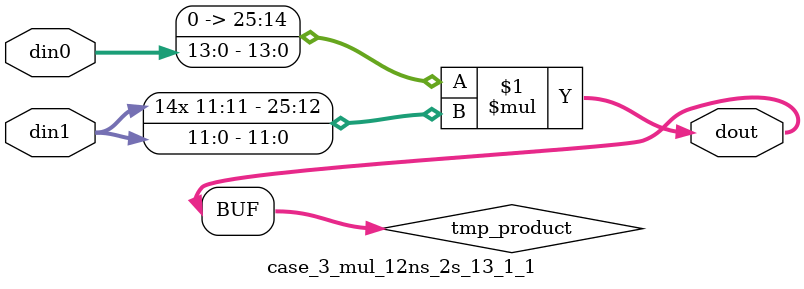
<source format=v>

`timescale 1 ns / 1 ps

 (* use_dsp = "no" *)  module case_3_mul_12ns_2s_13_1_1(din0, din1, dout);
parameter ID = 1;
parameter NUM_STAGE = 0;
parameter din0_WIDTH = 14;
parameter din1_WIDTH = 12;
parameter dout_WIDTH = 26;

input [din0_WIDTH - 1 : 0] din0; 
input [din1_WIDTH - 1 : 0] din1; 
output [dout_WIDTH - 1 : 0] dout;

wire signed [dout_WIDTH - 1 : 0] tmp_product;

























assign tmp_product = $signed({1'b0, din0}) * $signed(din1);










assign dout = tmp_product;





















endmodule

</source>
